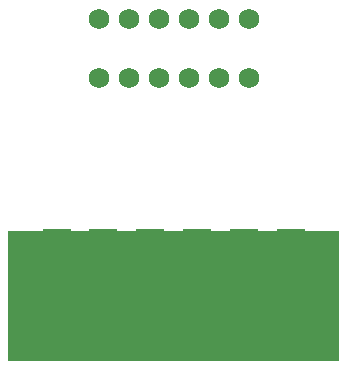
<source format=gbs>
G04 Layer: BottomSolderMaskLayer*
G04 EasyEDA v6.5.34, 2023-08-08 23:12:56*
G04 417032f779d546a0bdf4f7a8fd0aa538,e87ba6ffdfb0417d91de07616a749205,10*
G04 Gerber Generator version 0.2*
G04 Scale: 100 percent, Rotated: No, Reflected: No *
G04 Dimensions in millimeters *
G04 leading zeros omitted , absolute positions ,4 integer and 5 decimal *
%FSLAX45Y45*%
%MOMM*%

%AMMACRO1*1,1,$1,$2,$3*1,1,$1,$4,$5*1,1,$1,0-$2,0-$3*1,1,$1,0-$4,0-$5*20,1,$1,$2,$3,$4,$5,0*20,1,$1,$4,$5,0-$2,0-$3,0*20,1,$1,0-$2,0-$3,0-$4,0-$5,0*20,1,$1,0-$4,0-$5,$2,$3,0*4,1,4,$2,$3,$4,$5,0-$2,0-$3,0-$4,0-$5,$2,$3,0*%
%ADD10MACRO1,0.4X1X4.75X-1X4.75*%
%ADD11C,1.7272*%

%LPD*%
G36*
X-1399997Y0D02*
G01*
X-1399997Y-1100023D01*
X1399997Y-1100023D01*
X1399997Y0D01*
G37*
D10*
G01*
X989998Y-475000D03*
G01*
X594001Y-475000D03*
G01*
X-989982Y-475000D03*
G01*
X-593996Y-475000D03*
G01*
X-197985Y-475000D03*
G01*
X198000Y-475000D03*
D11*
G01*
X-635000Y1799996D03*
G01*
X-381000Y1799996D03*
G01*
X-127000Y1799996D03*
G01*
X127000Y1799996D03*
G01*
X381000Y1799996D03*
G01*
X635000Y1799996D03*
G01*
X635000Y1299997D03*
G01*
X381000Y1299997D03*
G01*
X127000Y1299997D03*
G01*
X-127000Y1299997D03*
G01*
X-381000Y1299997D03*
G01*
X-635000Y1299997D03*
M02*

</source>
